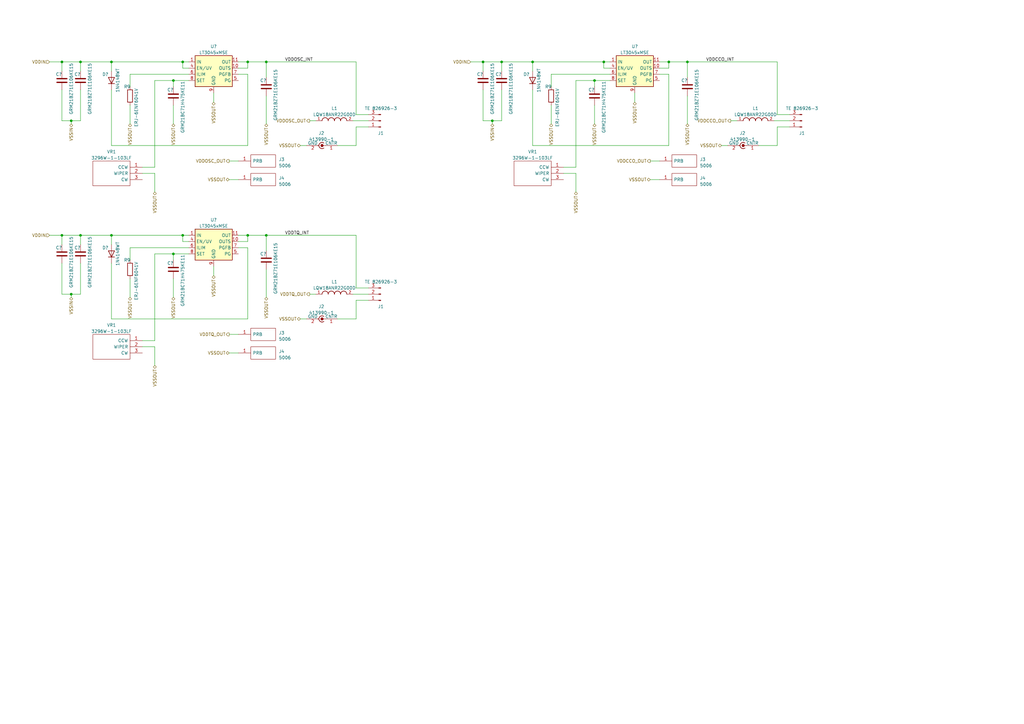
<source format=kicad_sch>
(kicad_sch (version 20230121) (generator eeschema)
  (paper "A3")
  (lib_symbols
    (symbol "Regulator_Linear:LT3045xMSE"
      (property "Reference" "U" (at -6.35 6.35 0))
      (property "Value" "LT3045xMSE" (at 1.27 6.35 0))
      (symbol "LT3045xMSE_0_1"
        (rectangle (start -7.62 5.08) (end 7.62 -7.62) (stroke (width 0.254)) (fill (type background)))
      )
      (symbol "LT3045xMSE_1_1"
        (pin power_in line (at -10.16 2.54 0) (length 2.54) (name "IN") (number "1"))
        (pin input line (at 10.16 0 180) (length 2.54) (name "OUTS") (number "10"))
        (pin power_out line (at 10.16 2.54 180) (length 2.54) (name "OUT") (number "11"))
        (pin passive line (at 10.16 2.54 180) (length 2.54) hide (name "OUT") (number "12"))
        (pin passive line (at 0 -10.16 90) (length 2.54) hide (name "GND") (number "13"))
        (pin passive line (at -10.16 2.54 0) (length 2.54) hide (name "IN") (number "2"))
        (pin passive line (at -10.16 2.54 0) (length 2.54) hide (name "IN") (number "3"))
        (pin input line (at -10.16 0 0) (length 2.54) (name "EN/UV") (number "4"))
        (pin open_collector line (at 10.16 -5.08 180) (length 2.54) (name "PG") (number "5"))
        (pin passive line (at -10.16 -2.54 0) (length 2.54) (name "ILIM") (number "6"))
        (pin input line (at 10.16 -2.54 180) (length 2.54) (name "PGFB") (number "7"))
        (pin passive line (at -10.16 -5.08 0) (length 2.54) (name "SET") (number "8"))
        (pin power_in line (at 0 -10.16 90) (length 2.54) (name "GND") (number "9"))
      )
    )
    (symbol "cyborg65r2_connectors:413990-1" (pin_names (offset 0))
      (property "Reference" "J" (at 2.54 -1.27 0))
      (property "Value" "413990-1" (at 2.54 -3.81 0))
      (symbol "413990-1_0_0"
        (pin passive line (at 0 0 270) (length 5.08) (name "CNTR") (number "1"))
        (pin passive line (at 0 -12.7 90) (length 5.08) (name "GND") (number "2"))
        (pin passive line (at 0 -12.7 90) (length 5.08) hide (name "GND") (number "3"))
        (pin passive line (at 0 -12.7 90) (length 5.08) hide (name "GND") (number "4"))
        (pin passive line (at 0 -12.7 90) (length 5.08) hide (name "GND") (number "5"))
      )
      (symbol "413990-1_0_1"
        (arc (start -1.2695 -6.3498) (mid 0.0005 -7.6143) (end 1.2705 -6.3498) (stroke (width 0.254)))
        (arc (start -1.0155 -5.5878) (mid -1.2043 -5.9482) (end -1.2695 -6.3498) (stroke (width 0.254)))
        (polyline (pts (xy 0.0005 -7.6198) (xy 0.0005 -8.1278)))
        (polyline (pts (xy 0.0005 -5.0798) (xy 0.0005 -6.3498)))
        (circle (center 0.0005 -6.3498) (radius 0.508) (stroke (width 0.2032)) (fill (type outline)))
        (arc (start 1.2705 -6.3498) (mid 1.2053 -5.9482) (end 1.0165 -5.5878) (stroke (width 0.254)))
      )
    )
    (symbol "cyborg65r2_connectors:5006" (pin_names (offset 0.762))
      (property "Reference" "J" (at 15.24 1.27 0))
      (property "Value" "5006" (at 15.24 -1.27 0))
      (symbol "5006_0_0"
        (pin passive line (at 0 0 0) (length 5.08) (name "PRB") (number "1"))
      )
      (symbol "5006_0_1"
        (polyline (pts (xy 5.08 2.54) (xy 15.24 2.54) (xy 15.24 -2.54) (xy 5.08 -2.54) (xy 5.08 2.54)) (stroke (width 0.1524)))
      )
    )
    (symbol "cyborg65r2_connectors:TE 826926-3" (pin_names (offset 1.016) hide)
      (property "Reference" "J" (at 0 5.08 0))
      (property "Value" "TE 826926-3" (at 0 -5.08 0))
      (symbol "TE 826926-3_1_1"
        (polyline (pts (xy 1.27 -2.54) (xy 0.8636 -2.54)) (stroke (width 0.1524)))
        (polyline (pts (xy 1.27 0) (xy 0.8636 0)) (stroke (width 0.1524)))
        (polyline (pts (xy 1.27 2.54) (xy 0.8636 2.54)) (stroke (width 0.1524)))
        (rectangle (start 0.8636 -2.413) (end 0 -2.667) (stroke (width 0.1524)) (fill (type outline)))
        (rectangle (start 0.8636 0.127) (end 0 -0.127) (stroke (width 0.1524)) (fill (type outline)))
        (rectangle (start 0.8636 2.667) (end 0 2.413) (stroke (width 0.1524)) (fill (type outline)))
        (pin passive line (at 5.08 2.54 180) (length 3.81) (name "Pin_1") (number "1"))
        (pin passive line (at 5.08 0 180) (length 3.81) (name "Pin_2") (number "2"))
        (pin passive line (at 5.08 -2.54 180) (length 3.81) (name "Pin_3") (number "3"))
      )
    )
    (symbol "cyborg65r2_pcb_passives:1N4148WT" (pin_numbers hide) (pin_names (offset 1.016) hide)
      (property "Reference" "D" (at 0 2.54 0))
      (property "Value" "1N4148WT" (at 0 -2.54 0))
      (symbol "1N4148WT_0_1"
        (polyline (pts (xy -1.27 1.27) (xy -1.27 -1.27)) (stroke (width 0.254)))
        (polyline (pts (xy 1.27 0) (xy -1.27 0)))
        (polyline (pts (xy 1.27 1.27) (xy 1.27 -1.27) (xy -1.27 0) (xy 1.27 1.27)) (stroke (width 0.254)))
      )
      (symbol "1N4148WT_1_1"
        (pin passive line (at -3.81 0 0) (length 2.54) (name "K") (number "1"))
        (pin passive line (at 3.81 0 180) (length 2.54) (name "A") (number "2"))
      )
    )
    (symbol "cyborg65r2_pcb_passives:3296W-1-103LF" (pin_names (offset 0.762))
      (property "Reference" "VR" (at 8.89 19.05 0))
      (property "Value" "3296W-1-103LF" (at 8.89 16.51 0))
      (symbol "3296W-1-103LF_0_0"
        (pin passive line (at 5.08 0 90) (length 5.08) (name "CCW") (number "1"))
        (pin passive line (at 2.54 0 90) (length 5.08) (name "WIPER") (number "2"))
        (pin passive line (at 0 0 90) (length 5.08) (name "CW") (number "3"))
      )
      (symbol "3296W-1-103LF_0_1"
        (polyline (pts (xy -2.54 20.32) (xy 7.62 20.32) (xy 7.62 5.08) (xy -2.54 5.08) (xy -2.54 20.32)) (stroke (width 0.1524)))
      )
    )
    (symbol "cyborg65r2_pcb_passives:ERJ-6ENF6041V" (pin_numbers hide) (pin_names (offset 0))
      (property "Reference" "R" (at 2.032 0 90))
      (property "Value" "ERJ-6ENF6041V" (at -2.54 0 90))
      (symbol "ERJ-6ENF6041V_0_1"
        (rectangle (start -1.016 -2.54) (end 1.016 2.54) (stroke (width 0.254)))
      )
      (symbol "ERJ-6ENF6041V_1_1"
        (pin passive line (at 0 3.81 270) (length 1.27) (name "~") (number "1"))
        (pin passive line (at 0 -3.81 90) (length 1.27) (name "~") (number "2"))
      )
    )
    (symbol "cyborg65r2_pcb_passives:GRM21BC71H475KE11" (pin_numbers hide) (pin_names (offset 0.254))
      (property "Reference" "C" (at 0.635 2.54 0))
      (property "Value" "GRM21BC71H475KE11" (at 0.635 -2.54 0))
      (symbol "GRM21BC71H475KE11_0_1"
        (polyline (pts (xy -2.032 -0.762) (xy 2.032 -0.762)) (stroke (width 0.508)))
        (polyline (pts (xy -2.032 0.762) (xy 2.032 0.762)) (stroke (width 0.508)))
      )
      (symbol "GRM21BC71H475KE11_1_1"
        (pin passive line (at 0 3.81 270) (length 2.794) (name "~") (number "1"))
        (pin passive line (at 0 -3.81 90) (length 2.794) (name "~") (number "2"))
      )
    )
    (symbol "cyborg65r2_pcb_passives:GRM21BZ71E106KE15" (pin_numbers hide) (pin_names (offset 0.254))
      (property "Reference" "C" (at 0.635 2.54 0))
      (property "Value" "GRM21BZ71E106KE15" (at 0.635 -2.54 0))
      (symbol "GRM21BZ71E106KE15_0_1"
        (polyline (pts (xy -2.032 -0.762) (xy 2.032 -0.762)) (stroke (width 0.508)))
        (polyline (pts (xy -2.032 0.762) (xy 2.032 0.762)) (stroke (width 0.508)))
      )
      (symbol "GRM21BZ71E106KE15_1_1"
        (pin passive line (at 0 3.81 270) (length 2.794) (name "~") (number "1"))
        (pin passive line (at 0 -3.81 90) (length 2.794) (name "~") (number "2"))
      )
    )
    (symbol "cyborg65r2_pcb_passives:LQW18ANR22G00D" (pin_names (offset 1.016))
      (property "Reference" "L" (at -7.62 5.08 0))
      (property "Value" "LQW18ANR22G00D" (at -7.62 2.54 0))
      (symbol "LQW18ANR22G00D_0_0"
        (arc (start -2.54 0) (mid -3.81 1.2645) (end -5.08 0) (stroke (width 0.254)))
        (arc (start 0 0) (mid -1.27 1.2645) (end -2.54 0) (stroke (width 0.254)))
        (arc (start 2.54 0) (mid 1.27 1.2645) (end 0 0) (stroke (width 0.254)))
        (arc (start 5.08 0) (mid 3.81 1.2645) (end 2.54 0) (stroke (width 0.254)))
        (pin passive line (at -7.62 0 0) (length 2.54) (name "~") (number "1"))
        (pin passive line (at 7.62 0 180) (length 2.54) (name "~") (number "2"))
      )
    )
  )
  (junction (at 74.93 96.52))
  (junction (at 109.22 96.52))
  (junction (at 101.6 25.4))
  (junction (at 45.72 96.52))
  (junction (at 29.21 120.65))
  (junction (at 274.32 25.4))
  (junction (at 205.74 25.4))
  (junction (at 29.21 49.53))
  (junction (at 74.93 25.4))
  (junction (at 25.4 25.4))
  (junction (at 25.4 96.52))
  (junction (at 71.12 33.02))
  (junction (at 281.94 25.4))
  (junction (at 201.93 49.53))
  (junction (at 71.12 104.14))
  (junction (at 198.12 25.4))
  (junction (at 101.6 96.52))
  (junction (at 218.44 25.4))
  (junction (at 33.02 25.4))
  (junction (at 45.72 25.4))
  (junction (at 33.02 96.52))
  (junction (at 243.84 33.02))
  (junction (at 247.65 25.4))
  (junction (at 109.22 25.4))
  (wire (pts (xy 45.72 36.83) (xy 45.72 59.69)))
  (wire (pts (xy 146.05 46.99) (xy 146.05 25.4)))
  (wire (pts (xy 29.21 49.53) (xy 33.02 49.53)))
  (wire (pts (xy 25.4 96.52) (xy 33.02 96.52)))
  (wire (pts (xy 71.12 114.3) (xy 71.12 121.92)))
  (wire (pts (xy 198.12 29.21) (xy 198.12 25.4)))
  (wire (pts (xy 127 49.53) (xy 129.54 49.53)))
  (wire (pts (xy 71.12 35.56) (xy 71.12 33.02)))
  (wire (pts (xy 205.74 36.83) (xy 205.74 49.53)))
  (wire (pts (xy 53.34 30.48) (xy 53.34 35.56)))
  (wire (pts (xy 198.12 49.53) (xy 201.93 49.53)))
  (wire (pts (xy 236.22 33.02) (xy 236.22 68.58)))
  (wire (pts (xy 144.78 49.53) (xy 151.13 49.53)))
  (wire (pts (xy 93.98 144.78) (xy 97.79 144.78)))
  (wire (pts (xy 125.73 59.69) (xy 123.19 59.69)))
  (wire (pts (xy 71.12 106.68) (xy 71.12 104.14)))
  (wire (pts (xy 63.5 68.58) (xy 58.42 68.58)))
  (wire (pts (xy 318.77 52.07) (xy 318.77 59.69)))
  (wire (pts (xy 77.47 101.6) (xy 53.34 101.6)))
  (wire (pts (xy 274.32 30.48) (xy 270.51 30.48)))
  (wire (pts (xy 109.22 25.4) (xy 146.05 25.4)))
  (wire (pts (xy 205.74 29.21) (xy 205.74 25.4)))
  (wire (pts (xy 97.79 99.06) (xy 101.6 99.06)))
  (wire (pts (xy 45.72 25.4) (xy 74.93 25.4)))
  (wire (pts (xy 63.5 33.02) (xy 63.5 68.58)))
  (wire (pts (xy 101.6 101.6) (xy 97.79 101.6)))
  (wire (pts (xy 25.4 49.53) (xy 29.21 49.53)))
  (wire (pts (xy 58.42 71.12) (xy 63.5 71.12)))
  (wire (pts (xy 33.02 107.95) (xy 33.02 120.65)))
  (wire (pts (xy 53.34 43.18) (xy 53.34 50.8)))
  (wire (pts (xy 45.72 130.81) (xy 101.6 130.81)))
  (wire (pts (xy 63.5 71.12) (xy 63.5 78.74)))
  (wire (pts (xy 243.84 33.02) (xy 236.22 33.02)))
  (wire (pts (xy 29.21 120.65) (xy 33.02 120.65)))
  (wire (pts (xy 250.19 27.94) (xy 247.65 27.94)))
  (wire (pts (xy 25.4 120.65) (xy 29.21 120.65)))
  (wire (pts (xy 33.02 29.21) (xy 33.02 25.4)))
  (wire (pts (xy 25.4 107.95) (xy 25.4 120.65)))
  (wire (pts (xy 63.5 139.7) (xy 58.42 139.7)))
  (wire (pts (xy 109.22 96.52) (xy 109.22 102.87)))
  (wire (pts (xy 243.84 33.02) (xy 250.19 33.02)))
  (wire (pts (xy 298.45 59.69) (xy 295.91 59.69)))
  (wire (pts (xy 45.72 29.21) (xy 45.72 25.4)))
  (wire (pts (xy 74.93 25.4) (xy 77.47 25.4)))
  (wire (pts (xy 274.32 25.4) (xy 281.94 25.4)))
  (wire (pts (xy 146.05 52.07) (xy 146.05 59.69)))
  (wire (pts (xy 146.05 59.69) (xy 138.43 59.69)))
  (wire (pts (xy 25.4 36.83) (xy 25.4 49.53)))
  (wire (pts (xy 146.05 123.19) (xy 146.05 130.81)))
  (wire (pts (xy 93.98 137.16) (xy 97.79 137.16)))
  (wire (pts (xy 101.6 30.48) (xy 97.79 30.48)))
  (wire (pts (xy 125.73 130.81) (xy 123.19 130.81)))
  (wire (pts (xy 58.42 142.24) (xy 63.5 142.24)))
  (wire (pts (xy 201.93 49.53) (xy 205.74 49.53)))
  (wire (pts (xy 101.6 25.4) (xy 109.22 25.4)))
  (wire (pts (xy 247.65 25.4) (xy 250.19 25.4)))
  (wire (pts (xy 198.12 25.4) (xy 205.74 25.4)))
  (wire (pts (xy 317.5 49.53) (xy 323.85 49.53)))
  (wire (pts (xy 29.21 49.53) (xy 29.21 50.8)))
  (wire (pts (xy 198.12 36.83) (xy 198.12 49.53)))
  (wire (pts (xy 77.47 30.48) (xy 53.34 30.48)))
  (wire (pts (xy 146.05 118.11) (xy 146.05 96.52)))
  (wire (pts (xy 144.78 120.65) (xy 151.13 120.65)))
  (wire (pts (xy 323.85 52.07) (xy 318.77 52.07)))
  (wire (pts (xy 274.32 59.69) (xy 274.32 30.48)))
  (wire (pts (xy 266.7 66.04) (xy 270.51 66.04)))
  (wire (pts (xy 71.12 43.18) (xy 71.12 50.8)))
  (wire (pts (xy 205.74 25.4) (xy 218.44 25.4)))
  (wire (pts (xy 231.14 71.12) (xy 236.22 71.12)))
  (wire (pts (xy 74.93 99.06) (xy 74.93 96.52)))
  (wire (pts (xy 226.06 30.48) (xy 226.06 35.56)))
  (wire (pts (xy 53.34 114.3) (xy 53.34 121.92)))
  (wire (pts (xy 45.72 96.52) (xy 74.93 96.52)))
  (wire (pts (xy 247.65 27.94) (xy 247.65 25.4)))
  (wire (pts (xy 101.6 27.94) (xy 101.6 25.4)))
  (wire (pts (xy 77.47 27.94) (xy 74.93 27.94)))
  (wire (pts (xy 266.7 73.66) (xy 270.51 73.66)))
  (wire (pts (xy 29.21 120.65) (xy 29.21 121.92)))
  (wire (pts (xy 25.4 29.21) (xy 25.4 25.4)))
  (wire (pts (xy 97.79 96.52) (xy 101.6 96.52)))
  (wire (pts (xy 270.51 27.94) (xy 274.32 27.94)))
  (wire (pts (xy 87.63 109.22) (xy 87.63 113.03)))
  (wire (pts (xy 151.13 123.19) (xy 146.05 123.19)))
  (wire (pts (xy 101.6 130.81) (xy 101.6 101.6)))
  (wire (pts (xy 97.79 25.4) (xy 101.6 25.4)))
  (wire (pts (xy 243.84 35.56) (xy 243.84 33.02)))
  (wire (pts (xy 250.19 30.48) (xy 226.06 30.48)))
  (wire (pts (xy 25.4 25.4) (xy 33.02 25.4)))
  (wire (pts (xy 87.63 38.1) (xy 87.63 41.91)))
  (wire (pts (xy 226.06 43.18) (xy 226.06 50.8)))
  (wire (pts (xy 193.04 25.4) (xy 198.12 25.4)))
  (wire (pts (xy 281.94 25.4) (xy 281.94 31.75)))
  (wire (pts (xy 151.13 52.07) (xy 146.05 52.07)))
  (wire (pts (xy 71.12 104.14) (xy 77.47 104.14)))
  (wire (pts (xy 74.93 27.94) (xy 74.93 25.4)))
  (wire (pts (xy 151.13 46.99) (xy 146.05 46.99)))
  (wire (pts (xy 101.6 59.69) (xy 101.6 30.48)))
  (wire (pts (xy 33.02 100.33) (xy 33.02 96.52)))
  (wire (pts (xy 218.44 29.21) (xy 218.44 25.4)))
  (wire (pts (xy 270.51 25.4) (xy 274.32 25.4)))
  (wire (pts (xy 323.85 46.99) (xy 318.77 46.99)))
  (wire (pts (xy 71.12 33.02) (xy 77.47 33.02)))
  (wire (pts (xy 101.6 99.06) (xy 101.6 96.52)))
  (wire (pts (xy 20.32 25.4) (xy 25.4 25.4)))
  (wire (pts (xy 146.05 130.81) (xy 138.43 130.81)))
  (wire (pts (xy 109.22 39.37) (xy 109.22 50.8)))
  (wire (pts (xy 53.34 101.6) (xy 53.34 106.68)))
  (wire (pts (xy 45.72 107.95) (xy 45.72 130.81)))
  (wire (pts (xy 63.5 142.24) (xy 63.5 149.86)))
  (wire (pts (xy 127 120.65) (xy 129.54 120.65)))
  (wire (pts (xy 74.93 96.52) (xy 77.47 96.52)))
  (wire (pts (xy 281.94 39.37) (xy 281.94 50.8)))
  (wire (pts (xy 93.98 73.66) (xy 97.79 73.66)))
  (wire (pts (xy 77.47 99.06) (xy 74.93 99.06)))
  (wire (pts (xy 151.13 118.11) (xy 146.05 118.11)))
  (wire (pts (xy 45.72 100.33) (xy 45.72 96.52)))
  (wire (pts (xy 318.77 59.69) (xy 311.15 59.69)))
  (wire (pts (xy 218.44 25.4) (xy 247.65 25.4)))
  (wire (pts (xy 299.72 49.53) (xy 302.26 49.53)))
  (wire (pts (xy 33.02 25.4) (xy 45.72 25.4)))
  (wire (pts (xy 236.22 71.12) (xy 236.22 78.74)))
  (wire (pts (xy 218.44 59.69) (xy 274.32 59.69)))
  (wire (pts (xy 93.98 66.04) (xy 97.79 66.04)))
  (wire (pts (xy 33.02 36.83) (xy 33.02 49.53)))
  (wire (pts (xy 109.22 110.49) (xy 109.22 121.92)))
  (wire (pts (xy 33.02 96.52) (xy 45.72 96.52)))
  (wire (pts (xy 45.72 59.69) (xy 101.6 59.69)))
  (wire (pts (xy 101.6 96.52) (xy 109.22 96.52)))
  (wire (pts (xy 236.22 68.58) (xy 231.14 68.58)))
  (wire (pts (xy 281.94 25.4) (xy 318.77 25.4)))
  (wire (pts (xy 218.44 36.83) (xy 218.44 59.69)))
  (wire (pts (xy 20.32 96.52) (xy 25.4 96.52)))
  (wire (pts (xy 109.22 25.4) (xy 109.22 31.75)))
  (wire (pts (xy 201.93 49.53) (xy 201.93 50.8)))
  (wire (pts (xy 71.12 104.14) (xy 63.5 104.14)))
  (wire (pts (xy 97.79 27.94) (xy 101.6 27.94)))
  (wire (pts (xy 25.4 100.33) (xy 25.4 96.52)))
  (wire (pts (xy 318.77 46.99) (xy 318.77 25.4)))
  (wire (pts (xy 71.12 33.02) (xy 63.5 33.02)))
  (wire (pts (xy 109.22 96.52) (xy 146.05 96.52)))
  (wire (pts (xy 243.84 43.18) (xy 243.84 50.8)))
  (wire (pts (xy 63.5 104.14) (xy 63.5 139.7)))
  (wire (pts (xy 260.35 38.1) (xy 260.35 41.91)))
  (wire (pts (xy 274.32 27.94) (xy 274.32 25.4)))
  (label "VDDCCO_INT" (at 289.56 25.4 0))
  (label "VDDTQ_INT" (at 116.84 96.52 0))
  (label "VDDOSC_INT" (at 116.84 25.4 0))
  (hierarchical_label "VDDOSC_OUT" (shape output) (at 127 49.53 180))
  (hierarchical_label "VDDCCO_OUT" (shape output) (at 266.7 66.04 180))
  (hierarchical_label "VSSOUT" (shape bidirectional) (at 93.98 144.78 180))
  (hierarchical_label "VSSOUT" (shape bidirectional) (at 226.06 50.8 270))
  (hierarchical_label "VDDOSC_OUT" (shape output) (at 93.98 66.04 180))
  (hierarchical_label "VSSOUT" (shape bidirectional) (at 109.22 50.8 270))
  (hierarchical_label "VSSOUT" (shape bidirectional) (at 71.12 50.8 270))
  (hierarchical_label "VSSOUT" (shape bidirectional) (at 87.63 41.91 270))
  (hierarchical_label "VSSOUT" (shape bidirectional) (at 266.7 73.66 180))
  (hierarchical_label "VSSOUT" (shape bidirectional) (at 63.5 149.86 270))
  (hierarchical_label "VSSOUT" (shape bidirectional) (at 243.84 50.8 270))
  (hierarchical_label "VSSOUT" (shape bidirectional) (at 236.22 78.74 270))
  (hierarchical_label "VSSOUT" (shape bidirectional) (at 295.91 59.69 180))
  (hierarchical_label "VDDIN" (shape input) (at 20.32 96.52 180))
  (hierarchical_label "VSSOUT" (shape bidirectional) (at 281.94 50.8 270))
  (hierarchical_label "VSSOUT" (shape bidirectional) (at 93.98 73.66 180))
  (hierarchical_label "VSSOUT" (shape bidirectional) (at 123.19 59.69 180))
  (hierarchical_label "VSSOUT" (shape bidirectional) (at 260.35 41.91 270))
  (hierarchical_label "VSSOUT" (shape bidirectional) (at 109.22 121.92 270))
  (hierarchical_label "VSSIN" (shape bidirectional) (at 29.21 121.92 270))
  (hierarchical_label "VSSOUT" (shape bidirectional) (at 87.63 113.03 270))
  (hierarchical_label "VDDTQ_OUT" (shape output) (at 93.98 137.16 180))
  (hierarchical_label "VDDCCO_OUT" (shape output) (at 299.72 49.53 180))
  (hierarchical_label "VSSOUT" (shape bidirectional) (at 53.34 121.92 270))
  (hierarchical_label "VSSOUT" (shape bidirectional) (at 71.12 121.92 270))
  (hierarchical_label "VSSOUT" (shape bidirectional) (at 53.34 50.8 270))
  (hierarchical_label "VDDIN" (shape input) (at 193.04 25.4 180))
  (hierarchical_label "VSSIN" (shape bidirectional) (at 29.21 50.8 270))
  (hierarchical_label "VSSOUT" (shape bidirectional) (at 123.19 130.81 180))
  (hierarchical_label "VDDIN" (shape input) (at 20.32 25.4 180))
  (hierarchical_label "VSSOUT" (shape bidirectional) (at 63.5 78.74 270))
  (hierarchical_label "VDDTQ_OUT" (shape output) (at 127 120.65 180))
  (hierarchical_label "VSSIN" (shape bidirectional) (at 201.93 50.8 270))
  (symbol (lib_id "cyborg65r2_pcb_passives:GRM21BZ71E106KE15") (at 109.22 35.56 0) (unit 1)
    (property "Reference" "C?" (at 106.68 33.02 0) (effects (justify left)))
    (property "Value" "GRM21BZ71E106KE15" (at 113.03 49.53 90) (effects (justify left)))
    (property "Footprint" "Capacitor_SMD:C_0805_2012Metric" (effects hide))
    (property "Datasheet" "https://www.murata.com/products/productdetail?partno=GRM21BZ71E106KE15%23" (effects hide))
    (instances (project "cyborg65r2_pcb" (path "" (reference "C?") (unit 1)) (path "" (reference "C4") (unit 1)) (path "" (reference "C8") (unit 1)) (path "" (reference "C12") (unit 1)) (path "" (reference "C16") (unit 1)) (path "" (reference "C20") (unit 1)) (path "" (reference "C35") (unit 1))))
  )
  (symbol (lib_id "cyborg65r2_pcb_passives:1N4148WT") (at 218.44 33.02 90) (unit 1)
    (property "Reference" "D?" (at 214.63 30.48 90) (effects (justify right)))
    (property "Value" "1N4148WT" (at 220.98 27.94 0) (effects (justify right)))
    (property "Footprint" "Diode_SMD:D_SOD-523" (effects hide))
    (property "Datasheet" "https://www.onsemi.com/products/discrete-power-modules/small-signal-switching-diodes/1n4148wt" (effects hide))
    (property "Sim.Device" "D" (effects hide))
    (property "Sim.Pins" "1=K 2=A" (effects hide))
    (instances (project "cyborg65r2_pcb" (path "" (reference "D?") (unit 1)) (path "" (reference "D1") (unit 1)) (path "" (reference "D2") (unit 1)) (path "" (reference "D3") (unit 1)) (path "" (reference "D4") (unit 1)) (path "" (reference "D5") (unit 1)) (path "" (reference "D8") (unit 1))))
  )
  (symbol (lib_id "cyborg65r2_pcb_passives:1N4148WT") (at 45.72 33.02 90) (unit 1)
    (property "Reference" "D?" (at 41.91 30.48 90) (effects (justify right)))
    (property "Value" "1N4148WT" (at 48.26 27.94 0) (effects (justify right)))
    (property "Footprint" "Diode_SMD:D_SOD-523" (effects hide))
    (property "Datasheet" "https://www.onsemi.com/products/discrete-power-modules/small-signal-switching-diodes/1n4148wt" (effects hide))
    (property "Sim.Device" "D" (effects hide))
    (property "Sim.Pins" "1=K 2=A" (effects hide))
    (instances (project "cyborg65r2_pcb" (path "" (reference "D?") (unit 1)) (path "" (reference "D1") (unit 1)) (path "" (reference "D2") (unit 1)) (path "" (reference "D3") (unit 1)) (path "" (reference "D4") (unit 1)) (path "" (reference "D5") (unit 1)) (path "" (reference "D6") (unit 1))))
  )
  (symbol (lib_id "Regulator_Linear:LT3045xMSE") (at 87.63 99.06 0) (unit 1)
    (property "Reference" "U?" (at 87.63 90.17 0))
    (property "Value" "LT3045xMSE" (at 87.63 92.71 0))
    (property "Footprint" "Package_SO:MSOP-12-1EP_3x4mm_P0.65mm_EP1.65x2.85mm" (effects hide))
    (property "Datasheet" "https://www.analog.com/media/en/technical-documentation/data-sheets/3045fa.pdf" (effects hide))
    (instances (project "cyborg65r2_pcb" (path "" (reference "U?") (unit 1)) (path "" (reference "U1") (unit 1)) (path "" (reference "U2") (unit 1)) (path "" (reference "U3") (unit 1)) (path "" (reference "U4") (unit 1)) (path "" (reference "U5") (unit 1)) (path "" (reference "U8") (unit 1))))
  )
  (symbol (lib_id "cyborg65r2_connectors:5006") (at 270.51 73.66 0) (unit 1)
    (property "Reference" "J4" (at 287.02 73.025 0) (effects (justify left)))
    (property "Value" "5006" (at 287.02 75.565 0) (effects (justify left)))
    (property "Footprint" "cyborg65r2_connectors:5006" (effects hide))
    (property "Datasheet" "http://www.keyelco.com/product-pdf.cfm?p=1315" (effects hide))
    (property "Description" "Test Point, PC, Snap in Mounting,  Compact, Black Base" (effects hide))
    (property "Manufacturer_Name" "Keystone Electronics" (effects hide))
    (property "Manufacturer_Part_Number" "5006" (effects hide))
    (property "Mouser Part Number" "534-5006" (effects hide))
    (property "Mouser Price/Stock" "https://www.mouser.co.uk/ProductDetail/Keystone-Electronics/5006?qs=q0tsjPZWdm99DN5QVOwb8g%3D%3D" (effects hide))
    (property "Arrow Part Number" "5006" (effects hide))
    (property "Arrow Price/Stock" "https://www.arrow.com/en/products/5006/keystone-electronics?region=europe" (effects hide))
    (instances (project "cyborg65r2_pcb" (path "" (reference "J4") (unit 1)) (path "" (reference "J6") (unit 1)) (path "" (reference "J10") (unit 1)) (path "" (reference "J14") (unit 1)) (path "" (reference "J18") (unit 1)) (path "" (reference "J30") (unit 1))))
  )
  (symbol (lib_id "cyborg65r2_pcb_passives:3296W-1-103LF") (at 58.42 144.78 90) (unit 1)
    (property "Reference" "VR1" (at 45.72 133.35 90))
    (property "Value" "3296W-1-103LF" (at 45.72 135.89 90))
    (property "Footprint" "cyborg65r2_passives:3296W-1" (effects hide))
    (property "Datasheet" "https://www.bourns.com/pdfs/3296.pdf" (effects hide))
    (property "Description" "Trimmer Resistors - Through Hole 3/8\" 10Kohms Sealed Vertical Adjust" (effects hide))
    (property "Manufacturer_Name" "Bourns" (effects hide))
    (property "Manufacturer_Part_Number" "3296W-1-103LF" (effects hide))
    (property "Mouser Part Number" "652-3296W-1-103LF" (effects hide))
    (property "Mouser Price/Stock" "https://www.mouser.co.uk/ProductDetail/Bourns/3296W-1-103LF?qs=CL3xLxiry19Id6AEaxYcng%3D%3D" (effects hide))
    (property "Arrow Part Number" "3296W-1-103LF" (effects hide))
    (property "Arrow Price/Stock" "https://www.arrow.com/en/products/3296w-1-103lf/bourns?region=nac" (effects hide))
    (instances (project "cyborg65r2_pcb" (path "" (reference "VR1") (unit 1)) (path "" (reference "VR3") (unit 1))))
  )
  (symbol (lib_id "cyborg65r2_connectors:5006") (at 97.79 73.66 0) (unit 1)
    (property "Reference" "J4" (at 114.3 73.025 0) (effects (justify left)))
    (property "Value" "5006" (at 114.3 75.565 0) (effects (justify left)))
    (property "Footprint" "cyborg65r2_connectors:5006" (effects hide))
    (property "Datasheet" "http://www.keyelco.com/product-pdf.cfm?p=1315" (effects hide))
    (property "Description" "Test Point, PC, Snap in Mounting,  Compact, Black Base" (effects hide))
    (property "Manufacturer_Name" "Keystone Electronics" (effects hide))
    (property "Manufacturer_Part_Number" "5006" (effects hide))
    (property "Mouser Part Number" "534-5006" (effects hide))
    (property "Mouser Price/Stock" "https://www.mouser.co.uk/ProductDetail/Keystone-Electronics/5006?qs=q0tsjPZWdm99DN5QVOwb8g%3D%3D" (effects hide))
    (property "Arrow Part Number" "5006" (effects hide))
    (property "Arrow Price/Stock" "https://www.arrow.com/en/products/5006/keystone-electronics?region=europe" (effects hide))
    (instances (project "cyborg65r2_pcb" (path "" (reference "J4") (unit 1)) (path "" (reference "J6") (unit 1)) (path "" (reference "J10") (unit 1)) (path "" (reference "J14") (unit 1)) (path "" (reference "J18") (unit 1)) (path "" (reference "J22") (unit 1))))
  )
  (symbol (lib_id "cyborg65r2_pcb_passives:GRM21BC71H475KE11") (at 71.12 110.49 0) (unit 1)
    (property "Reference" "C?" (at 68.58 107.95 0) (effects (justify left)))
    (property "Value" "GRM21BC71H475KE11" (at 74.93 125.73 90) (effects (justify left)))
    (property "Footprint" "Capacitor_SMD:C_0805_2012Metric" (effects hide))
    (property "Datasheet" "https://www.murata.com/en-eu/products/productdetail?partno=GRM21BC71H475KE11%23" (effects hide))
    (instances (project "cyborg65r2_pcb" (path "" (reference "C?") (unit 1)) (path "" (reference "C3") (unit 1)) (path "" (reference "C7") (unit 1)) (path "" (reference "C11") (unit 1)) (path "" (reference "C15") (unit 1)) (path "" (reference "C19") (unit 1)) (path "" (reference "C34") (unit 1))))
  )
  (symbol (lib_id "cyborg65r2_connectors:TE 826926-3") (at 328.93 49.53 180) (unit 1)
    (property "Reference" "J1" (at 328.93 54.61 0))
    (property "Value" "TE 826926-3" (at 328.93 44.45 0))
    (property "Footprint" "Connector_PinHeader_2.54mm:PinHeader_1x03_P2.54mm_Vertical" (effects hide))
    (property "Datasheet" "https://www.te.com/usa-en/product-826926-3.html" (effects hide))
    (instances (project "cyborg65r2_pcb" (path "" (reference "J1") (unit 1)) (path "" (reference "J8") (unit 1)) (path "" (reference "J12") (unit 1)) (path "" (reference "J16") (unit 1)) (path "" (reference "J20") (unit 1)) (path "" (reference "J32") (unit 1))))
  )
  (symbol (lib_id "cyborg65r2_connectors:TE 826926-3") (at 156.21 49.53 180) (unit 1)
    (property "Reference" "J1" (at 156.21 54.61 0))
    (property "Value" "TE 826926-3" (at 156.21 44.45 0))
    (property "Footprint" "Connector_PinHeader_2.54mm:PinHeader_1x03_P2.54mm_Vertical" (effects hide))
    (property "Datasheet" "https://www.te.com/usa-en/product-826926-3.html" (effects hide))
    (instances (project "cyborg65r2_pcb" (path "" (reference "J1") (unit 1)) (path "" (reference "J8") (unit 1)) (path "" (reference "J12") (unit 1)) (path "" (reference "J16") (unit 1)) (path "" (reference "J20") (unit 1)) (path "" (reference "J27") (unit 1))))
  )
  (symbol (lib_id "cyborg65r2_connectors:TE 826926-3") (at 156.21 120.65 180) (unit 1)
    (property "Reference" "J1" (at 156.21 125.73 0))
    (property "Value" "TE 826926-3" (at 156.21 115.57 0))
    (property "Footprint" "Connector_PinHeader_2.54mm:PinHeader_1x03_P2.54mm_Vertical" (effects hide))
    (property "Datasheet" "https://www.te.com/usa-en/product-826926-3.html" (effects hide))
    (instances (project "cyborg65r2_pcb" (path "" (reference "J1") (unit 1)) (path "" (reference "J8") (unit 1)) (path "" (reference "J12") (unit 1)) (path "" (reference "J16") (unit 1)) (path "" (reference "J20") (unit 1)) (path "" (reference "J28") (unit 1))))
  )
  (symbol (lib_id "cyborg65r2_pcb_passives:GRM21BZ71E106KE15") (at 281.94 35.56 0) (unit 1)
    (property "Reference" "C?" (at 279.4 33.02 0) (effects (justify left)))
    (property "Value" "GRM21BZ71E106KE15" (at 285.75 49.53 90) (effects (justify left)))
    (property "Footprint" "Capacitor_SMD:C_0805_2012Metric" (effects hide))
    (property "Datasheet" "https://www.murata.com/products/productdetail?partno=GRM21BZ71E106KE15%23" (effects hide))
    (instances (project "cyborg65r2_pcb" (path "" (reference "C?") (unit 1)) (path "" (reference "C4") (unit 1)) (path "" (reference "C8") (unit 1)) (path "" (reference "C12") (unit 1)) (path "" (reference "C16") (unit 1)) (path "" (reference "C20") (unit 1)) (path "" (reference "C40") (unit 1))))
  )
  (symbol (lib_id "cyborg65r2_pcb_passives:ERJ-6ENF6041V") (at 53.34 110.49 0) (unit 1)
    (property "Reference" "R9" (at 50.8 106.68 0) (effects (justify left)))
    (property "Value" "ERJ-6ENF6041V" (at 55.88 123.19 90) (effects (justify left)))
    (property "Footprint" "Resistor_SMD:R_0805_2012Metric" (effects hide))
    (property "Datasheet" "https://industrial.panasonic.com/cdbs/www-data/pdf/RDA0000/AOA0000C304.pdf" (effects hide))
    (instances (project "cyborg65r2_pcb" (path "" (reference "R9") (unit 1)) (path "" (reference "R11") (unit 1))))
  )
  (symbol (lib_id "cyborg65r2_pcb_passives:GRM21BZ71E106KE15") (at 205.74 33.02 0) (unit 1)
    (property "Reference" "C?" (at 203.2 30.48 0) (effects (justify left)))
    (property "Value" "GRM21BZ71E106KE15" (at 209.55 46.99 90) (effects (justify left)))
    (property "Footprint" "Capacitor_SMD:C_0805_2012Metric" (effects hide))
    (property "Datasheet" "https://www.murata.com/products/productdetail?partno=GRM21BZ71E106KE15%23" (effects hide))
    (instances (project "cyborg65r2_pcb" (path "" (reference "C?") (unit 1)) (path "" (reference "C2") (unit 1)) (path "" (reference "C6") (unit 1)) (path "" (reference "C10") (unit 1)) (path "" (reference "C14") (unit 1)) (path "" (reference "C18") (unit 1)) (path "" (reference "C38") (unit 1))))
  )
  (symbol (lib_id "cyborg65r2_pcb_passives:GRM21BZ71E106KE15") (at 33.02 33.02 0) (unit 1)
    (property "Reference" "C?" (at 30.48 30.48 0) (effects (justify left)))
    (property "Value" "GRM21BZ71E106KE15" (at 36.83 46.99 90) (effects (justify left)))
    (property "Footprint" "Capacitor_SMD:C_0805_2012Metric" (effects hide))
    (property "Datasheet" "https://www.murata.com/products/productdetail?partno=GRM21BZ71E106KE15%23" (effects hide))
    (instances (project "cyborg65r2_pcb" (path "" (reference "C?") (unit 1)) (path "" (reference "C2") (unit 1)) (path "" (reference "C6") (unit 1)) (path "" (reference "C10") (unit 1)) (path "" (reference "C14") (unit 1)) (path "" (reference "C18") (unit 1)) (path "" (reference "C31") (unit 1))))
  )
  (symbol (lib_id "cyborg65r2_pcb_passives:GRM21BZ71E106KE15") (at 198.12 33.02 0) (unit 1)
    (property "Reference" "C?" (at 195.58 30.48 0) (effects (justify left)))
    (property "Value" "GRM21BZ71E106KE15" (at 201.93 46.99 90) (effects (justify left)))
    (property "Footprint" "Capacitor_SMD:C_0805_2012Metric" (effects hide))
    (property "Datasheet" "https://www.murata.com/products/productdetail?partno=GRM21BZ71E106KE15%23" (effects hide))
    (instances (project "cyborg65r2_pcb" (path "" (reference "C?") (unit 1)) (path "" (reference "C1") (unit 1)) (path "" (reference "C5") (unit 1)) (path "" (reference "C9") (unit 1)) (path "" (reference "C13") (unit 1)) (path "" (reference "C17") (unit 1)) (path "" (reference "C37") (unit 1))))
  )
  (symbol (lib_id "cyborg65r2_pcb_passives:GRM21BC71H475KE11") (at 71.12 39.37 0) (unit 1)
    (property "Reference" "C?" (at 68.58 36.83 0) (effects (justify left)))
    (property "Value" "GRM21BC71H475KE11" (at 74.93 54.61 90) (effects (justify left)))
    (property "Footprint" "Capacitor_SMD:C_0805_2012Metric" (effects hide))
    (property "Datasheet" "https://www.murata.com/en-eu/products/productdetail?partno=GRM21BC71H475KE11%23" (effects hide))
    (instances (project "cyborg65r2_pcb" (path "" (reference "C?") (unit 1)) (path "" (reference "C3") (unit 1)) (path "" (reference "C7") (unit 1)) (path "" (reference "C11") (unit 1)) (path "" (reference "C15") (unit 1)) (path "" (reference "C19") (unit 1)) (path "" (reference "C33") (unit 1))))
  )
  (symbol (lib_id "cyborg65r2_pcb_passives:ERJ-6ENF6041V") (at 53.34 39.37 0) (unit 1)
    (property "Reference" "R9" (at 50.8 35.56 0) (effects (justify left)))
    (property "Value" "ERJ-6ENF6041V" (at 55.88 52.07 90) (effects (justify left)))
    (property "Footprint" "Resistor_SMD:R_0805_2012Metric" (effects hide))
    (property "Datasheet" "https://industrial.panasonic.com/cdbs/www-data/pdf/RDA0000/AOA0000C304.pdf" (effects hide))
    (instances (project "cyborg65r2_pcb" (path "" (reference "R9") (unit 1)) (path "" (reference "R10") (unit 1))))
  )
  (symbol (lib_id "cyborg65r2_connectors:413990-1") (at 138.43 59.69 270) (unit 1)
    (property "Reference" "J2" (at 131.8262 54.61 90))
    (property "Value" "413990-1" (at 131.8262 57.15 90))
    (property "Footprint" "cyborg65r2_connectors:413990-1" (effects hide))
    (property "Datasheet" "https://componentsearchengine.com/Datasheets/2/413990-1.pdf" (effects hide))
    (property "Description" "SMB Connector Receptacle, Male Pin 50Ohm Through Hole Solder" (effects hide))
    (property "Height" "7.62" (effects hide))
    (property "Manufacturer_Name" "TE Connectivity" (effects hide))
    (property "Manufacturer_Part_Number" "413990-1" (effects hide))
    (property "Mouser Part Number" "571-4139901" (effects hide))
    (property "Mouser Price/Stock" "https://www.mouser.co.uk/ProductDetail/TE-Connectivity/413990-1?qs=7QuPeZUaY4GhWa7hqv5PMQ%3D%3D" (effects hide))
    (property "Arrow Part Number" "413990-1" (effects hide))
    (property "Arrow Price/Stock" "https://www.arrow.com/en/products/413990-1/te-connectivity?region=nac" (effects hide))
    (instances (project "cyborg65r2_pcb" (path "" (reference "J2") (unit 1)) (path "" (reference "J7") (unit 1)) (path "" (reference "J11") (unit 1)) (path "" (reference "J15") (unit 1)) (path "" (reference "J19") (unit 1)) (path "" (reference "J25") (unit 1))))
  )
  (symbol (lib_id "cyborg65r2_pcb_passives:GRM21BZ71E106KE15") (at 25.4 104.14 0) (unit 1)
    (property "Reference" "C?" (at 22.86 101.6 0) (effects (justify left)))
    (property "Value" "GRM21BZ71E106KE15" (at 29.21 118.11 90) (effects (justify left)))
    (property "Footprint" "Capacitor_SMD:C_0805_2012Metric" (effects hide))
    (property "Datasheet" "https://www.murata.com/products/productdetail?partno=GRM21BZ71E106KE15%23" (effects hide))
    (instances (project "cyborg65r2_pcb" (path "" (reference "C?") (unit 1)) (path "" (reference "C1") (unit 1)) (path "" (reference "C5") (unit 1)) (path "" (reference "C9") (unit 1)) (path "" (reference "C13") (unit 1)) (path "" (reference "C17") (unit 1)) (path "" (reference "C30") (unit 1))))
  )
  (symbol (lib_id "cyborg65r2_pcb_passives:LQW18ANR22G00D") (at 137.16 120.65 0) (unit 1)
    (property "Reference" "L1" (at 137.16 115.57 0))
    (property "Value" "LQW18ANR22G00D" (at 137.16 118.11 0))
    (property "Footprint" "cyborg65r2_passives:INDC1608X100N" (effects hide))
    (property "Datasheet" "https://www.murata.com/en-global/products/productdetail?partno=LQW18ANR22G00%23" (effects hide))
    (instances (project "cyborg65r2_pcb" (path "" (reference "L1") (unit 1)) (path "" (reference "L2") (unit 1)) (path "" (reference "L4") (unit 1))))
  )
  (symbol (lib_id "Regulator_Linear:LT3045xMSE") (at 87.63 27.94 0) (unit 1)
    (property "Reference" "U?" (at 87.63 19.05 0))
    (property "Value" "LT3045xMSE" (at 87.63 21.59 0))
    (property "Footprint" "Package_SO:MSOP-12-1EP_3x4mm_P0.65mm_EP1.65x2.85mm" (effects hide))
    (property "Datasheet" "https://www.analog.com/media/en/technical-documentation/data-sheets/3045fa.pdf" (effects hide))
    (instances (project "cyborg65r2_pcb" (path "" (reference "U?") (unit 1)) (path "" (reference "U1") (unit 1)) (path "" (reference "U2") (unit 1)) (path "" (reference "U3") (unit 1)) (path "" (reference "U4") (unit 1)) (path "" (reference "U5") (unit 1)) (path "" (reference "U7") (unit 1))))
  )
  (symbol (lib_id "cyborg65r2_connectors:5006") (at 97.79 137.16 0) (unit 1)
    (property "Reference" "J3" (at 114.3 136.525 0) (effects (justify left)))
    (property "Value" "5006" (at 114.3 139.065 0) (effects (justify left)))
    (property "Footprint" "cyborg65r2_connectors:5006" (effects hide))
    (property "Datasheet" "http://www.keyelco.com/product-pdf.cfm?p=1315" (effects hide))
    (property "Description" "Test Point, PC, Snap in Mounting,  Compact, Black Base" (effects hide))
    (property "Manufacturer_Name" "Keystone Electronics" (effects hide))
    (property "Manufacturer_Part_Number" "5006" (effects hide))
    (property "Mouser Part Number" "534-5006" (effects hide))
    (property "Mouser Price/Stock" "https://www.mouser.co.uk/ProductDetail/Keystone-Electronics/5006?qs=q0tsjPZWdm99DN5QVOwb8g%3D%3D" (effects hide))
    (property "Arrow Part Number" "5006" (effects hide))
    (property "Arrow Price/Stock" "https://www.arrow.com/en/products/5006/keystone-electronics?region=europe" (effects hide))
    (instances (project "cyborg65r2_pcb" (path "" (reference "J3") (unit 1)) (path "" (reference "J5") (unit 1)) (path "" (reference "J9") (unit 1)) (path "" (reference "J13") (unit 1)) (path "" (reference "J17") (unit 1)) (path "" (reference "J23") (unit 1))))
  )
  (symbol (lib_id "cyborg65r2_pcb_passives:3296W-1-103LF") (at 231.14 73.66 90) (unit 1)
    (property "Reference" "VR1" (at 218.44 62.23 90))
    (property "Value" "3296W-1-103LF" (at 218.44 64.77 90))
    (property "Footprint" "cyborg65r2_passives:3296W-1" (effects hide))
    (property "Datasheet" "https://www.bourns.com/pdfs/3296.pdf" (effects hide))
    (property "Description" "Trimmer Resistors - Through Hole 3/8\" 10Kohms Sealed Vertical Adjust" (effects hide))
    (property "Manufacturer_Name" "Bourns" (effects hide))
    (property "Manufacturer_Part_Number" "3296W-1-103LF" (effects hide))
    (property "Mouser Part Number" "652-3296W-1-103LF" (effects hide))
    (property "Mouser Price/Stock" "https://www.mouser.co.uk/ProductDetail/Bourns/3296W-1-103LF?qs=CL3xLxiry19Id6AEaxYcng%3D%3D" (effects hide))
    (property "Arrow Part Number" "3296W-1-103LF" (effects hide))
    (property "Arrow Price/Stock" "https://www.arrow.com/en/products/3296w-1-103lf/bourns?region=nac" (effects hide))
    (instances (project "cyborg65r2_pcb" (path "" (reference "VR1") (unit 1)) (path "" (reference "VR4") (unit 1))))
  )
  (symbol (lib_id "cyborg65r2_pcb_passives:1N4148WT") (at 45.72 104.14 90) (unit 1)
    (property "Reference" "D?" (at 41.91 101.6 90) (effects (justify right)))
    (property "Value" "1N4148WT" (at 48.26 99.06 0) (effects (justify right)))
    (property "Footprint" "Diode_SMD:D_SOD-523" (effects hide))
    (property "Datasheet" "https://www.onsemi.com/products/discrete-power-modules/small-signal-switching-diodes/1n4148wt" (effects hide))
    (property "Sim.Device" "D" (effects hide))
    (property "Sim.Pins" "1=K 2=A" (effects hide))
    (instances (project "cyborg65r2_pcb" (path "" (reference "D?") (unit 1)) (path "" (reference "D1") (unit 1)) (path "" (reference "D2") (unit 1)) (path "" (reference "D3") (unit 1)) (path "" (reference "D4") (unit 1)) (path "" (reference "D5") (unit 1)) (path "" (reference "D7") (unit 1))))
  )
  (symbol (lib_id "cyborg65r2_pcb_passives:3296W-1-103LF") (at 58.42 73.66 90) (unit 1)
    (property "Reference" "VR1" (at 45.72 62.23 90))
    (property "Value" "3296W-1-103LF" (at 45.72 64.77 90))
    (property "Footprint" "cyborg65r2_passives:3296W-1" (effects hide))
    (property "Datasheet" "https://www.bourns.com/pdfs/3296.pdf" (effects hide))
    (property "Description" "Trimmer Resistors - Through Hole 3/8\" 10Kohms Sealed Vertical Adjust" (effects hide))
    (property "Manufacturer_Name" "Bourns" (effects hide))
    (property "Manufacturer_Part_Number" "3296W-1-103LF" (effects hide))
    (property "Mouser Part Number" "652-3296W-1-103LF" (effects hide))
    (property "Mouser Price/Stock" "https://www.mouser.co.uk/ProductDetail/Bourns/3296W-1-103LF?qs=CL3xLxiry19Id6AEaxYcng%3D%3D" (effects hide))
    (property "Arrow Part Number" "3296W-1-103LF" (effects hide))
    (property "Arrow Price/Stock" "https://www.arrow.com/en/products/3296w-1-103lf/bourns?region=nac" (effects hide))
    (instances (project "cyborg65r2_pcb" (path "" (reference "VR1") (unit 1)) (path "" (reference "VR2") (unit 1))))
  )
  (symbol (lib_id "cyborg65r2_connectors:5006") (at 270.51 66.04 0) (unit 1)
    (property "Reference" "J3" (at 287.02 65.405 0) (effects (justify left)))
    (property "Value" "5006" (at 287.02 67.945 0) (effects (justify left)))
    (property "Footprint" "cyborg65r2_connectors:5006" (effects hide))
    (property "Datasheet" "http://www.keyelco.com/product-pdf.cfm?p=1315" (effects hide))
    (property "Description" "Test Point, PC, Snap in Mounting,  Compact, Black Base" (effects hide))
    (property "Manufacturer_Name" "Keystone Electronics" (effects hide))
    (property "Manufacturer_Part_Number" "5006" (effects hide))
    (property "Mouser Part Number" "534-5006" (effects hide))
    (property "Mouser Price/Stock" "https://www.mouser.co.uk/ProductDetail/Keystone-Electronics/5006?qs=q0tsjPZWdm99DN5QVOwb8g%3D%3D" (effects hide))
    (property "Arrow Part Number" "5006" (effects hide))
    (property "Arrow Price/Stock" "https://www.arrow.com/en/products/5006/keystone-electronics?region=europe" (effects hide))
    (instances (project "cyborg65r2_pcb" (path "" (reference "J3") (unit 1)) (path "" (reference "J5") (unit 1)) (path "" (reference "J9") (unit 1)) (path "" (reference "J13") (unit 1)) (path "" (reference "J17") (unit 1)) (path "" (reference "J29") (unit 1))))
  )
  (symbol (lib_id "cyborg65r2_pcb_passives:GRM21BZ71E106KE15") (at 33.02 104.14 0) (unit 1)
    (property "Reference" "C?" (at 30.48 101.6 0) (effects (justify left)))
    (property "Value" "GRM21BZ71E106KE15" (at 36.83 118.11 90) (effects (justify left)))
    (property "Footprint" "Capacitor_SMD:C_0805_2012Metric" (effects hide))
    (property "Datasheet" "https://www.murata.com/products/productdetail?partno=GRM21BZ71E106KE15%23" (effects hide))
    (instances (project "cyborg65r2_pcb" (path "" (reference "C?") (unit 1)) (path "" (reference "C2") (unit 1)) (path "" (reference "C6") (unit 1)) (path "" (reference "C10") (unit 1)) (path "" (reference "C14") (unit 1)) (path "" (reference "C18") (unit 1)) (path "" (reference "C32") (unit 1))))
  )
  (symbol (lib_id "cyborg65r2_pcb_passives:ERJ-6ENF6041V") (at 226.06 39.37 0) (unit 1)
    (property "Reference" "R9" (at 223.52 35.56 0) (effects (justify left)))
    (property "Value" "ERJ-6ENF6041V" (at 228.6 52.07 90) (effects (justify left)))
    (property "Footprint" "Resistor_SMD:R_0805_2012Metric" (effects hide))
    (property "Datasheet" "https://industrial.panasonic.com/cdbs/www-data/pdf/RDA0000/AOA0000C304.pdf" (effects hide))
    (instances (project "cyborg65r2_pcb" (path "" (reference "R9") (unit 1)) (path "" (reference "R12") (unit 1))))
  )
  (symbol (lib_id "cyborg65r2_pcb_passives:GRM21BZ71E106KE15") (at 109.22 106.68 0) (unit 1)
    (property "Reference" "C?" (at 106.68 104.14 0) (effects (justify left)))
    (property "Value" "GRM21BZ71E106KE15" (at 113.03 120.65 90) (effects (justify left)))
    (property "Footprint" "Capacitor_SMD:C_0805_2012Metric" (effects hide))
    (property "Datasheet" "https://www.murata.com/products/productdetail?partno=GRM21BZ71E106KE15%23" (effects hide))
    (instances (project "cyborg65r2_pcb" (path "" (reference "C?") (unit 1)) (path "" (reference "C4") (unit 1)) (path "" (reference "C8") (unit 1)) (path "" (reference "C12") (unit 1)) (path "" (reference "C16") (unit 1)) (path "" (reference "C20") (unit 1)) (path "" (reference "C36") (unit 1))))
  )
  (symbol (lib_id "cyborg65r2_pcb_passives:GRM21BC71H475KE11") (at 243.84 39.37 0) (unit 1)
    (property "Reference" "C?" (at 241.3 36.83 0) (effects (justify left)))
    (property "Value" "GRM21BC71H475KE11" (at 247.65 54.61 90) (effects (justify left)))
    (property "Footprint" "Capacitor_SMD:C_0805_2012Metric" (effects hide))
    (property "Datasheet" "https://www.murata.com/en-eu/products/productdetail?partno=GRM21BC71H475KE11%23" (effects hide))
    (instances (project "cyborg65r2_pcb" (path "" (reference "C?") (unit 1)) (path "" (reference "C3") (unit 1)) (path "" (reference "C7") (unit 1)) (path "" (reference "C11") (unit 1)) (path "" (reference "C15") (unit 1)) (path "" (reference "C19") (unit 1)) (path "" (reference "C39") (unit 1))))
  )
  (symbol (lib_id "Regulator_Linear:LT3045xMSE") (at 260.35 27.94 0) (unit 1)
    (property "Reference" "U?" (at 260.35 19.05 0))
    (property "Value" "LT3045xMSE" (at 260.35 21.59 0))
    (property "Footprint" "Package_SO:MSOP-12-1EP_3x4mm_P0.65mm_EP1.65x2.85mm" (effects hide))
    (property "Datasheet" "https://www.analog.com/media/en/technical-documentation/data-sheets/3045fa.pdf" (effects hide))
    (instances (project "cyborg65r2_pcb" (path "" (reference "U?") (unit 1)) (path "" (reference "U1") (unit 1)) (path "" (reference "U2") (unit 1)) (path "" (reference "U3") (unit 1)) (path "" (reference "U4") (unit 1)) (path "" (reference "U5") (unit 1)) (path "" (reference "U9") (unit 1))))
  )
  (symbol (lib_id "cyborg65r2_pcb_passives:LQW18ANR22G00D") (at 137.16 49.53 0) (unit 1)
    (property "Reference" "L1" (at 137.16 44.45 0))
    (property "Value" "LQW18ANR22G00D" (at 137.16 46.99 0))
    (property "Footprint" "cyborg65r2_passives:INDC1608X100N" (effects hide))
    (property "Datasheet" "https://www.murata.com/en-global/products/productdetail?partno=LQW18ANR22G00%23" (effects hide))
    (instances (project "cyborg65r2_pcb" (path "" (reference "L1") (unit 1)) (path "" (reference "L2") (unit 1)) (path "" (reference "L3") (unit 1))))
  )
  (symbol (lib_id "cyborg65r2_connectors:413990-1") (at 311.15 59.69 270) (unit 1)
    (property "Reference" "J2" (at 304.5462 54.61 90))
    (property "Value" "413990-1" (at 304.5462 57.15 90))
    (property "Footprint" "cyborg65r2_connectors:413990-1" (effects hide))
    (property "Datasheet" "https://componentsearchengine.com/Datasheets/2/413990-1.pdf" (effects hide))
    (property "Description" "SMB Connector Receptacle, Male Pin 50Ohm Through Hole Solder" (effects hide))
    (property "Height" "7.62" (effects hide))
    (property "Manufacturer_Name" "TE Connectivity" (effects hide))
    (property "Manufacturer_Part_Number" "413990-1" (effects hide))
    (property "Mouser Part Number" "571-4139901" (effects hide))
    (property "Mouser Price/Stock" "https://www.mouser.co.uk/ProductDetail/TE-Connectivity/413990-1?qs=7QuPeZUaY4GhWa7hqv5PMQ%3D%3D" (effects hide))
    (property "Arrow Part Number" "413990-1" (effects hide))
    (property "Arrow Price/Stock" "https://www.arrow.com/en/products/413990-1/te-connectivity?region=nac" (effects hide))
    (instances (project "cyborg65r2_pcb" (path "" (reference "J2") (unit 1)) (path "" (reference "J7") (unit 1)) (path "" (reference "J11") (unit 1)) (path "" (reference "J15") (unit 1)) (path "" (reference "J19") (unit 1)) (path "" (reference "J31") (unit 1))))
  )
  (symbol (lib_id "cyborg65r2_pcb_passives:GRM21BZ71E106KE15") (at 25.4 33.02 0) (unit 1)
    (property "Reference" "C?" (at 22.86 30.48 0) (effects (justify left)))
    (property "Value" "GRM21BZ71E106KE15" (at 29.21 46.99 90) (effects (justify left)))
    (property "Footprint" "Capacitor_SMD:C_0805_2012Metric" (effects hide))
    (property "Datasheet" "https://www.murata.com/products/productdetail?partno=GRM21BZ71E106KE15%23" (effects hide))
    (instances (project "cyborg65r2_pcb" (path "" (reference "C?") (unit 1)) (path "" (reference "C1") (unit 1)) (path "" (reference "C5") (unit 1)) (path "" (reference "C9") (unit 1)) (path "" (reference "C13") (unit 1)) (path "" (reference "C17") (unit 1)) (path "" (reference "C29") (unit 1))))
  )
  (symbol (lib_id "cyborg65r2_connectors:413990-1") (at 138.43 130.81 270) (unit 1)
    (property "Reference" "J2" (at 131.8262 125.73 90))
    (property "Value" "413990-1" (at 131.8262 128.27 90))
    (property "Footprint" "cyborg65r2_connectors:413990-1" (effects hide))
    (property "Datasheet" "https://componentsearchengine.com/Datasheets/2/413990-1.pdf" (effects hide))
    (property "Description" "SMB Connector Receptacle, Male Pin 50Ohm Through Hole Solder" (effects hide))
    (property "Height" "7.62" (effects hide))
    (property "Manufacturer_Name" "TE Connectivity" (effects hide))
    (property "Manufacturer_Part_Number" "413990-1" (effects hide))
    (property "Mouser Part Number" "571-4139901" (effects hide))
    (property "Mouser Price/Stock" "https://www.mouser.co.uk/ProductDetail/TE-Connectivity/413990-1?qs=7QuPeZUaY4GhWa7hqv5PMQ%3D%3D" (effects hide))
    (property "Arrow Part Number" "413990-1" (effects hide))
    (property "Arrow Price/Stock" "https://www.arrow.com/en/products/413990-1/te-connectivity?region=nac" (effects hide))
    (instances (project "cyborg65r2_pcb" (path "" (reference "J2") (unit 1)) (path "" (reference "J7") (unit 1)) (path "" (reference "J11") (unit 1)) (path "" (reference "J15") (unit 1)) (path "" (reference "J19") (unit 1)) (path "" (reference "J26") (unit 1))))
  )
  (symbol (lib_id "cyborg65r2_connectors:5006") (at 97.79 144.78 0) (unit 1)
    (property "Reference" "J4" (at 114.3 144.145 0) (effects (justify left)))
    (property "Value" "5006" (at 114.3 146.685 0) (effects (justify left)))
    (property "Footprint" "cyborg65r2_connectors:5006" (effects hide))
    (property "Datasheet" "http://www.keyelco.com/product-pdf.cfm?p=1315" (effects hide))
    (property "Description" "Test Point, PC, Snap in Mounting,  Compact, Black Base" (effects hide))
    (property "Manufacturer_Name" "Keystone Electronics" (effects hide))
    (property "Manufacturer_Part_Number" "5006" (effects hide))
    (property "Mouser Part Number" "534-5006" (effects hide))
    (property "Mouser Price/Stock" "https://www.mouser.co.uk/ProductDetail/Keystone-Electronics/5006?qs=q0tsjPZWdm99DN5QVOwb8g%3D%3D" (effects hide))
    (property "Arrow Part Number" "5006" (effects hide))
    (property "Arrow Price/Stock" "https://www.arrow.com/en/products/5006/keystone-electronics?region=europe" (effects hide))
    (instances (project "cyborg65r2_pcb" (path "" (reference "J4") (unit 1)) (path "" (reference "J6") (unit 1)) (path "" (reference "J10") (unit 1)) (path "" (reference "J14") (unit 1)) (path "" (reference "J18") (unit 1)) (path "" (reference "J24") (unit 1))))
  )
  (symbol (lib_id "cyborg65r2_pcb_passives:LQW18ANR22G00D") (at 309.88 49.53 0) (unit 1)
    (property "Reference" "L1" (at 309.88 44.45 0))
    (property "Value" "LQW18ANR22G00D" (at 309.88 46.99 0))
    (property "Footprint" "cyborg65r2_passives:INDC1608X100N" (effects hide))
    (property "Datasheet" "https://www.murata.com/en-global/products/productdetail?partno=LQW18ANR22G00%23" (effects hide))
    (instances (project "cyborg65r2_pcb" (path "" (reference "L1") (unit 1)) (path "" (reference "L2") (unit 1)) (path "" (reference "L5") (unit 1))))
  )
  (symbol (lib_id "cyborg65r2_connectors:5006") (at 97.79 66.04 0) (unit 1)
    (property "Reference" "J3" (at 114.3 65.405 0) (effects (justify left)))
    (property "Value" "5006" (at 114.3 67.945 0) (effects (justify left)))
    (property "Footprint" "cyborg65r2_connectors:5006" (effects hide))
    (property "Datasheet" "http://www.keyelco.com/product-pdf.cfm?p=1315" (effects hide))
    (property "Description" "Test Point, PC, Snap in Mounting,  Compact, Black Base" (effects hide))
    (property "Manufacturer_Name" "Keystone Electronics" (effects hide))
    (property "Manufacturer_Part_Number" "5006" (effects hide))
    (property "Mouser Part Number" "534-5006" (effects hide))
    (property "Mouser Price/Stock" "https://www.mouser.co.uk/ProductDetail/Keystone-Electronics/5006?qs=q0tsjPZWdm99DN5QVOwb8g%3D%3D" (effects hide))
    (property "Arrow Part Number" "5006" (effects hide))
    (property "Arrow Price/Stock" "https://www.arrow.com/en/products/5006/keystone-electronics?region=europe" (effects hide))
    (instances (project "cyborg65r2_pcb" (path "" (reference "J3") (unit 1)) (path "" (reference "J5") (unit 1)) (path "" (reference "J9") (unit 1)) (path "" (reference "J13") (unit 1)) (path "" (reference "J17") (unit 1)) (path "" (reference "J21") (unit 1))))
  )
)
</source>
